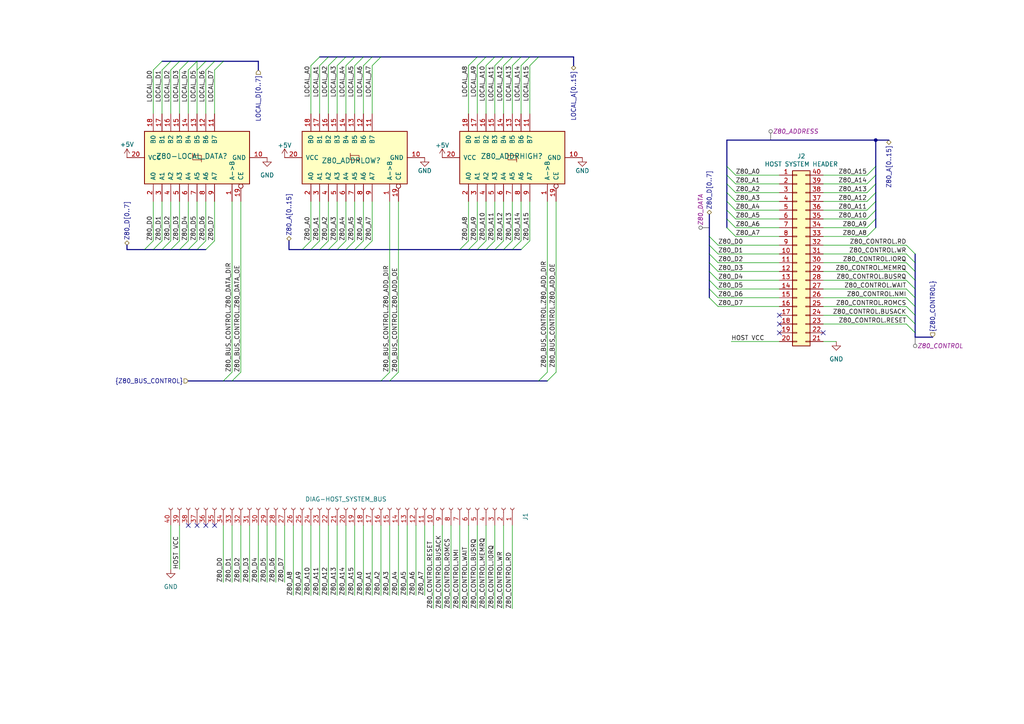
<source format=kicad_sch>
(kicad_sch (version 20230121) (generator eeschema)
  (paper "A4")
  (title_block (title "FujiNet Z80Bus reference design") (date "2023-05-13") (rev "0.1") (company "FujiNet") (comment 1 "Needs a sub schem for the physical ZXBus connector") (comment 2 "The host bus connection/buffering circuits"))
  (lib_symbols
    (symbol "74xx:74HC245" (pin_names (offset 1.016))
      (property "Reference" "U" (at -7.62 16.51 0))
      (property "Value" "74HC245" (at -7.62 -16.51 0))
      (symbol "74HC245_1_0"
        (polyline (pts (xy -0.635 -1.27) (xy -0.635 1.27) (xy 0.635 1.27)))
        (polyline (pts (xy -1.27 -1.27) (xy 0.635 -1.27) (xy 0.635 1.27) (xy 1.27 1.27)))
        (pin input line (at -12.7 -10.16 0) (length 5.08) (name "A->B") (number "1"))
        (pin power_in line (at 0 -20.32 90) (length 5.08) (name "GND") (number "10"))
        (pin tri_state line (at 12.7 -5.08 180) (length 5.08) (name "B7") (number "11"))
        (pin tri_state line (at 12.7 -2.54 180) (length 5.08) (name "B6") (number "12"))
        (pin tri_state line (at 12.7 0 180) (length 5.08) (name "B5") (number "13"))
        (pin tri_state line (at 12.7 2.54 180) (length 5.08) (name "B4") (number "14"))
        (pin tri_state line (at 12.7 5.08 180) (length 5.08) (name "B3") (number "15"))
        (pin tri_state line (at 12.7 7.62 180) (length 5.08) (name "B2") (number "16"))
        (pin tri_state line (at 12.7 10.16 180) (length 5.08) (name "B1") (number "17"))
        (pin tri_state line (at 12.7 12.7 180) (length 5.08) (name "B0") (number "18"))
        (pin input inverted (at -12.7 -12.7 0) (length 5.08) (name "CE") (number "19"))
        (pin tri_state line (at -12.7 12.7 0) (length 5.08) (name "A0") (number "2"))
        (pin power_in line (at 0 20.32 270) (length 5.08) (name "VCC") (number "20"))
        (pin tri_state line (at -12.7 10.16 0) (length 5.08) (name "A1") (number "3"))
        (pin tri_state line (at -12.7 7.62 0) (length 5.08) (name "A2") (number "4"))
        (pin tri_state line (at -12.7 5.08 0) (length 5.08) (name "A3") (number "5"))
        (pin tri_state line (at -12.7 2.54 0) (length 5.08) (name "A4") (number "6"))
        (pin tri_state line (at -12.7 0 0) (length 5.08) (name "A5") (number "7"))
        (pin tri_state line (at -12.7 -2.54 0) (length 5.08) (name "A6") (number "8"))
        (pin tri_state line (at -12.7 -5.08 0) (length 5.08) (name "A7") (number "9"))
      )
      (symbol "74HC245_1_1"
        (rectangle (start -7.62 15.24) (end 7.62 -15.24) (stroke (width 0.254)) (fill (type background)))
      )
    )
    (symbol "Connector:Conn_01x40_Socket" (pin_names (offset 1.016) hide)
      (property "Reference" "J" (at 0 50.8 0))
      (property "Value" "Conn_01x40_Socket" (at 0 -53.34 0))
      (symbol "Conn_01x40_Socket_1_1"
        (arc (start 0 -50.292) (mid -0.5058 -50.8) (end 0 -51.308) (stroke (width 0.1524)))
        (arc (start 0 -47.752) (mid -0.5058 -48.26) (end 0 -48.768) (stroke (width 0.1524)))
        (arc (start 0 -45.212) (mid -0.5058 -45.72) (end 0 -46.228) (stroke (width 0.1524)))
        (arc (start 0 -42.672) (mid -0.5058 -43.18) (end 0 -43.688) (stroke (width 0.1524)))
        (arc (start 0 -40.132) (mid -0.5058 -40.64) (end 0 -41.148) (stroke (width 0.1524)))
        (arc (start 0 -37.592) (mid -0.5058 -38.1) (end 0 -38.608) (stroke (width 0.1524)))
        (arc (start 0 -35.052) (mid -0.5058 -35.56) (end 0 -36.068) (stroke (width 0.1524)))
        (arc (start 0 -32.512) (mid -0.5058 -33.02) (end 0 -33.528) (stroke (width 0.1524)))
        (arc (start 0 -29.972) (mid -0.5058 -30.48) (end 0 -30.988) (stroke (width 0.1524)))
        (arc (start 0 -27.432) (mid -0.5058 -27.94) (end 0 -28.448) (stroke (width 0.1524)))
        (arc (start 0 -24.892) (mid -0.5058 -25.4) (end 0 -25.908) (stroke (width 0.1524)))
        (arc (start 0 -22.352) (mid -0.5058 -22.86) (end 0 -23.368) (stroke (width 0.1524)))
        (arc (start 0 -19.812) (mid -0.5058 -20.32) (end 0 -20.828) (stroke (width 0.1524)))
        (arc (start 0 -17.272) (mid -0.5058 -17.78) (end 0 -18.288) (stroke (width 0.1524)))
        (arc (start 0 -14.732) (mid -0.5058 -15.24) (end 0 -15.748) (stroke (width 0.1524)))
        (arc (start 0 -12.192) (mid -0.5058 -12.7) (end 0 -13.208) (stroke (width 0.1524)))
        (arc (start 0 -9.652) (mid -0.5058 -10.16) (end 0 -10.668) (stroke (width 0.1524)))
        (arc (start 0 -7.112) (mid -0.5058 -7.62) (end 0 -8.128) (stroke (width 0.1524)))
        (arc (start 0 -4.572) (mid -0.5058 -5.08) (end 0 -5.588) (stroke (width 0.1524)))
        (arc (start 0 -2.032) (mid -0.5058 -2.54) (end 0 -3.048) (stroke (width 0.1524)))
        (polyline (pts (xy -1.27 -50.8) (xy -0.508 -50.8)) (stroke (width 0.1524)))
        (polyline (pts (xy -1.27 -48.26) (xy -0.508 -48.26)) (stroke (width 0.1524)))
        (polyline (pts (xy -1.27 -45.72) (xy -0.508 -45.72)) (stroke (width 0.1524)))
        (polyline (pts (xy -1.27 -43.18) (xy -0.508 -43.18)) (stroke (width 0.1524)))
        (polyline (pts (xy -1.27 -40.64) (xy -0.508 -40.64)) (stroke (width 0.1524)))
        (polyline (pts (xy -1.27 -38.1) (xy -0.508 -38.1)) (stroke (width 0.1524)))
        (polyline (pts (xy -1.27 -35.56) (xy -0.508 -35.56)) (stroke (width 0.1524)))
        (polyline (pts (xy -1.27 -33.02) (xy -0.508 -33.02)) (stroke (width 0.1524)))
        (polyline (pts (xy -1.27 -30.48) (xy -0.508 -30.48)) (stroke (width 0.1524)))
        (polyline (pts (xy -1.27 -27.94) (xy -0.508 -27.94)) (stroke (width 0.1524)))
        (polyline (pts (xy -1.27 -25.4) (xy -0.508 -25.4)) (stroke (width 0.1524)))
        (polyline (pts (xy -1.27 -22.86) (xy -0.508 -22.86)) (stroke (width 0.1524)))
        (polyline (pts (xy -1.27 -20.32) (xy -0.508 -20.32)) (stroke (width 0.1524)))
        (polyline (pts (xy -1.27 -17.78) (xy -0.508 -17.78)) (stroke (width 0.1524)))
        (polyline (pts (xy -1.27 -15.24) (xy -0.508 -15.24)) (stroke (width 0.1524)))
        (polyline (pts (xy -1.27 -12.7) (xy -0.508 -12.7)) (stroke (width 0.1524)))
        (polyline (pts (xy -1.27 -10.16) (xy -0.508 -10.16)) (stroke (width 0.1524)))
        (polyline (pts (xy -1.27 -7.62) (xy -0.508 -7.62)) (stroke (width 0.1524)))
        (polyline (pts (xy -1.27 -5.08) (xy -0.508 -5.08)) (stroke (width 0.1524)))
        (polyline (pts (xy -1.27 -2.54) (xy -0.508 -2.54)) (stroke (width 0.1524)))
        (polyline (pts (xy -1.27 0) (xy -0.508 0)) (stroke (width 0.1524)))
        (polyline (pts (xy -1.27 2.54) (xy -0.508 2.54)) (stroke (width 0.1524)))
        (polyline (pts (xy -1.27 5.08) (xy -0.508 5.08)) (stroke (width 0.1524)))
        (polyline (pts (xy -1.27 7.62) (xy -0.508 7.62)) (stroke (width 0.1524)))
        (polyline (pts (xy -1.27 10.16) (xy -0.508 10.16)) (stroke (width 0.1524)))
        (polyline (pts (xy -1.27 12.7) (xy -0.508 12.7)) (stroke (width 0.1524)))
        (polyline (pts (xy -1.27 15.24) (xy -0.508 15.24)) (stroke (width 0.1524)))
        (polyline (pts (xy -1.27 17.78) (xy -0.508 17.78)) (stroke (width 0.1524)))
        (polyline (pts (xy -1.27 20.32) (xy -0.508 20.32)) (stroke (width 0.1524)))
        (polyline (pts (xy -1.27 22.86) (xy -0.508 22.86)) (stroke (width 0.1524)))
        (polyline (pts (xy -1.27 25.4) (xy -0.508 25.4)) (stroke (width 0.1524)))
        (polyline (pts (xy -1.27 27.94) (xy -0.508 27.94)) (stroke (width 0.1524)))
        (polyline (pts (xy -1.27 30.48) (xy -0.508 30.48)) (stroke (width 0.1524)))
        (polyline (pts (xy -1.27 33.02) (xy -0.508 33.02)) (stroke (width 0.1524)))
        (polyline (pts (xy -1.27 35.56) (xy -0.508 35.56)) (stroke (width 0.1524)))
        (polyline (pts (xy -1.27 38.1) (xy -0.508 38.1)) (stroke (width 0.1524)))
        (polyline (pts (xy -1.27 40.64) (xy -0.508 40.64)) (stroke (width 0.1524)))
        (polyline (pts (xy -1.27 43.18) (xy -0.508 43.18)) (stroke (width 0.1524)))
        (polyline (pts (xy -1.27 45.72) (xy -0.508 45.72)) (stroke (width 0.1524)))
        (polyline (pts (xy -1.27 48.26) (xy -0.508 48.26)) (stroke (width 0.1524)))
        (arc (start 0 0.508) (mid -0.5058 0) (end 0 -0.508) (stroke (width 0.1524)))
        (arc (start 0 3.048) (mid -0.5058 2.54) (end 0 2.032) (stroke (width 0.1524)))
        (arc (start 0 5.588) (mid -0.5058 5.08) (end 0 4.572) (stroke (width 0.1524)))
        (arc (start 0 8.128) (mid -0.5058 7.62) (end 0 7.112) (stroke (width 0.1524)))
        (arc (start 0 10.668) (mid -0.5058 10.16) (end 0 9.652) (stroke (width 0.1524)))
        (arc (start 0 13.208) (mid -0.5058 12.7) (end 0 12.192) (stroke (width 0.1524)))
        (arc (start 0 15.748) (mid -0.5058 15.24) (end 0 14.732) (stroke (width 0.1524)))
        (arc (start 0 18.288) (mid -0.5058 17.78) (end 0 17.272) (stroke (width 0.1524)))
        (arc (start 0 20.828) (mid -0.5058 20.32) (end 0 19.812) (stroke (width 0.1524)))
        (arc (start 0 23.368) (mid -0.5058 22.86) (end 0 22.352) (stroke (width 0.1524)))
        (arc (start 0 25.908) (mid -0.5058 25.4) (end 0 24.892) (stroke (width 0.1524)))
        (arc (start 0 28.448) (mid -0.5058 27.94) (end 0 27.432) (stroke (width 0.1524)))
        (arc (start 0 30.988) (mid -0.5058 30.48) (end 0 29.972) (stroke (width 0.1524)))
        (arc (start 0 33.528) (mid -0.5058 33.02) (end 0 32.512) (stroke (width 0.1524)))
        (arc (start 0 36.068) (mid -0.5058 35.56) (end 0 35.052) (stroke (width 0.1524)))
        (arc (start 0 38.608) (mid -0.5058 38.1) (end 0 37.592) (stroke (width 0.1524)))
        (arc (start 0 41.148) (mid -0.5058 40.64) (end 0 40.132) (stroke (width 0.1524)))
        (arc (start 0 43.688) (mid -0.5058 43.18) (end 0 42.672) (stroke (width 0.1524)))
        (arc (start 0 46.228) (mid -0.5058 45.72) (end 0 45.212) (stroke (width 0.1524)))
        (arc (start 0 48.768) (mid -0.5058 48.26) (end 0 47.752) (stroke (width 0.1524)))
        (pin passive line (at -5.08 48.26 0) (length 3.81) (name "Pin_1") (number "1"))
        (pin passive line (at -5.08 25.4 0) (length 3.81) (name "Pin_10") (number "10"))
        (pin passive line (at -5.08 22.86 0) (length 3.81) (name "Pin_11") (number "11"))
        (pin passive line (at -5.08 20.32 0) (length 3.81) (name "Pin_12") (number "12"))
        (pin passive line (at -5.08 17.78 0) (length 3.81) (name "Pin_13") (number "13"))
        (pin passive line (at -5.08 15.24 0) (length 3.81) (name "Pin_14") (number "14"))
        (pin passive line (at -5.08 12.7 0) (length 3.81) (name "Pin_15") (number "15"))
        (pin passive line (at -5.08 10.16 0) (length 3.81) (name "Pin_16") (number "16"))
        (pin passive line (at -5.08 7.62 0) (length 3.81) (name "Pin_17") (number "17"))
        (pin passive line (at -5.08 5.08 0) (length 3.81) (name "Pin_18") (number "18"))
        (pin passive line (at -5.08 2.54 0) (length 3.81) (name "Pin_19") (number "19"))
        (pin passive line (at -5.08 45.72 0) (length 3.81) (name "Pin_2") (number "2"))
        (pin passive line (at -5.08 0 0) (length 3.81) (name "Pin_20") (number "20"))
        (pin passive line (at -5.08 -2.54 0) (length 3.81) (name "Pin_21") (number "21"))
        (pin passive line (at -5.08 -5.08 0) (length 3.81) (name "Pin_22") (number "22"))
        (pin passive line (at -5.08 -7.62 0) (length 3.81) (name "Pin_23") (number "23"))
        (pin passive line (at -5.08 -10.16 0) (length 3.81) (name "Pin_24") (number "24"))
        (pin passive line (at -5.08 -12.7 0) (length 3.81) (name "Pin_25") (number "25"))
        (pin passive line (at -5.08 -15.24 0) (length 3.81) (name "Pin_26") (number "26"))
        (pin passive line (at -5.08 -17.78 0) (length 3.81) (name "Pin_27") (number "27"))
        (pin passive line (at -5.08 -20.32 0) (length 3.81) (name "Pin_28") (number "28"))
        (pin passive line (at -5.08 -22.86 0) (length 3.81) (name "Pin_29") (number "29"))
        (pin passive line (at -5.08 43.18 0) (length 3.81) (name "Pin_3") (number "3"))
        (pin passive line (at -5.08 -25.4 0) (length 3.81) (name "Pin_30") (number "30"))
        (pin passive line (at -5.08 -27.94 0) (length 3.81) (name "Pin_31") (number "31"))
        (pin passive line (at -5.08 -30.48 0) (length 3.81) (name "Pin_32") (number "32"))
        (pin passive line (at -5.08 -33.02 0) (length 3.81) (name "Pin_33") (number "33"))
        (pin passive line (at -5.08 -35.56 0) (length 3.81) (name "Pin_34") (number "34"))
        (pin passive line (at -5.08 -38.1 0) (length 3.81) (name "Pin_35") (number "35"))
        (pin passive line (at -5.08 -40.64 0) (length 3.81) (name "Pin_36") (number "36"))
        (pin passive line (at -5.08 -43.18 0) (length 3.81) (name "Pin_37") (number "37"))
        (pin passive line (at -5.08 -45.72 0) (length 3.81) (name "Pin_38") (number "38"))
        (pin passive line (at -5.08 -48.26 0) (length 3.81) (name "Pin_39") (number "39"))
        (pin passive line (at -5.08 40.64 0) (length 3.81) (name "Pin_4") (number "4"))
        (pin passive line (at -5.08 -50.8 0) (length 3.81) (name "Pin_40") (number "40"))
        (pin passive line (at -5.08 38.1 0) (length 3.81) (name "Pin_5") (number "5"))
        (pin passive line (at -5.08 35.56 0) (length 3.81) (name "Pin_6") (number "6"))
        (pin passive line (at -5.08 33.02 0) (length 3.81) (name "Pin_7") (number "7"))
        (pin passive line (at -5.08 30.48 0) (length 3.81) (name "Pin_8") (number "8"))
        (pin passive line (at -5.08 27.94 0) (length 3.81) (name "Pin_9") (number "9"))
      )
    )
    (symbol "Connector_Generic:Conn_02x20_Counter_Clockwise" (pin_names (offset 1.016) hide)
      (property "Reference" "J" (at 1.27 25.4 0))
      (property "Value" "Conn_02x20_Counter_Clockwise" (at 1.27 -27.94 0))
      (symbol "Conn_02x20_Counter_Clockwise_1_1"
        (rectangle (start -1.27 -25.273) (end 0 -25.527) (stroke (width 0.1524)))
        (rectangle (start -1.27 -22.733) (end 0 -22.987) (stroke (width 0.1524)))
        (rectangle (start -1.27 -20.193) (end 0 -20.447) (stroke (width 0.1524)))
        (rectangle (start -1.27 -17.653) (end 0 -17.907) (stroke (width 0.1524)))
        (rectangle (start -1.27 -15.113) (end 0 -15.367) (stroke (width 0.1524)))
        (rectangle (start -1.27 -12.573) (end 0 -12.827) (stroke (width 0.1524)))
        (rectangle (start -1.27 -10.033) (end 0 -10.287) (stroke (width 0.1524)))
        (rectangle (start -1.27 -7.493) (end 0 -7.747) (stroke (width 0.1524)))
        (rectangle (start -1.27 -4.953) (end 0 -5.207) (stroke (width 0.1524)))
        (rectangle (start -1.27 -2.413) (end 0 -2.667) (stroke (width 0.1524)))
        (rectangle (start -1.27 0.127) (end 0 -0.127) (stroke (width 0.1524)))
        (rectangle (start -1.27 2.667) (end 0 2.413) (stroke (width 0.1524)))
        (rectangle (start -1.27 5.207) (end 0 4.953) (stroke (width 0.1524)))
        (rectangle (start -1.27 7.747) (end 0 7.493) (stroke (width 0.1524)))
        (rectangle (start -1.27 10.287) (end 0 10.033) (stroke (width 0.1524)))
        (rectangle (start -1.27 12.827) (end 0 12.573) (stroke (width 0.1524)))
        (rectangle (start -1.27 15.367) (end 0 15.113) (stroke (width 0.1524)))
        (rectangle (start -1.27 17.907) (end 0 17.653) (stroke (width 0.1524)))
        (rectangle (start -1.27 20.447) (end 0 20.193) (stroke (width 0.1524)))
        (rectangle (start -1.27 22.987) (end 0 22.733) (stroke (width 0.1524)))
        (rectangle (start -1.27 24.13) (end 3.81 -26.67) (stroke (width 0.254)) (fill (type background)))
        (rectangle (start 3.81 -25.273) (end 2.54 -25.527) (stroke (width 0.1524)))
        (rectangle (start 3.81 -22.733) (end 2.54 -22.987) (stroke (width 0.1524)))
        (rectangle (start 3.81 -20.193) (end 2.54 -20.447) (stroke (width 0.1524)))
        (rectangle (start 3.81 -17.653) (end 2.54 -17.907) (stroke (width 0.1524)))
        (rectangle (start 3.81 -15.113) (end 2.54 -15.367) (stroke (width 0.1524)))
        (rectangle (start 3.81 -12.573) (end 2.54 -12.827) (stroke (width 0.1524)))
        (rectangle (start 3.81 -10.033) (end 2.54 -10.287) (stroke (width 0.1524)))
        (rectangle (start 3.81 -7.493) (end 2.54 -7.747) (stroke (width 0.1524)))
        (rectangle (start 3.81 -4.953) (end 2.54 -5.207) (stroke (width 0.1524)))
        (rectangle (start 3.81 -2.413) (end 2.54 -2.667) (stroke (width 0.1524)))
        (rectangle (start 3.81 0.127) (end 2.54 -0.127) (stroke (width 0.1524)))
        (rectangle (start 3.81 2.667) (end 2.54 2.413) (stroke (width 0.1524)))
        (rectangle (start 3.81 5.207) (end 2.54 4.953) (stroke (width 0.1524)))
        (rectangle (start 3.81 7.747) (end 2.54 7.493) (stroke (width 0.1524)))
        (rectangle (start 3.81 10.287) (end 2.54 10.033) (stroke (width 0.1524)))
        (rectangle (start 3.81 12.827) (end 2.54 12.573) (stroke (width 0.1524)))
        (rectangle (start 3.81 15.367) (end 2.54 15.113) (stroke (width 0.1524)))
        (rectangle (start 3.81 17.907) (end 2.54 17.653) (stroke (width 0.1524)))
        (rectangle (start 3.81 20.447) (end 2.54 20.193) (stroke (width 0.1524)))
        (rectangle (start 3.81 22.987) (end 2.54 22.733) (stroke (width 0.1524)))
        (pin passive line (at -5.08 22.86 0) (length 3.81) (name "Pin_1") (number "1"))
        (pin passive line (at -5.08 0 0) (length 3.81) (name "Pin_10") (number "10"))
        (pin passive line (at -5.08 -2.54 0) (length 3.81) (name "Pin_11") (number "11"))
        (pin passive line (at -5.08 -5.08 0) (length 3.81) (name "Pin_12") (number "12"))
        (pin passive line (at -5.08 -7.62 0) (length 3.81) (name "Pin_13") (number "13"))
        (pin passive line (at -5.08 -10.16 0) (length 3.81) (name "Pin_14") (number "14"))
        (pin passive line (at -5.08 -12.7 0) (length 3.81) (name "Pin_15") (number "15"))
        (pin passive line (at -5.08 -15.24 0) (length 3.81) (name "Pin_16") (number "16"))
        (pin passive line (at -5.08 -17.78 0) (length 3.81) (name "Pin_17") (number "17"))
        (pin passive line (at -5.08 -20.32 0) (length 3.81) (name "Pin_18") (number "18"))
        (pin passive line (at -5.08 -22.86 0) (length 3.81) (name "Pin_19") (number "19"))
        (pin passive line (at -5.08 20.32 0) (length 3.81) (name "Pin_2") (number "2"))
        (pin passive line (at -5.08 -25.4 0) (length 3.81) (name "Pin_20") (number "20"))
        (pin passive line (at 7.62 -25.4 180) (length 3.81) (name "Pin_21") (number "21"))
        (pin passive line (at 7.62 -22.86 180) (length 3.81) (name "Pin_22") (number "22"))
        (pin passive line (at 7.62 -20.32 180) (length 3.81) (name "Pin_23") (number "23"))
        (pin passive line (at 7.62 -17.78 180) (length 3.81) (name "Pin_24") (number "24"))
        (pin passive line (at 7.62 -15.24 180) (length 3.81) (name "Pin_25") (number "25"))
        (pin passive line (at 7.62 -12.7 180) (length 3.81) (name "Pin_26") (number "26"))
        (pin passive line (at 7.62 -10.16 180) (length 3.81) (name "Pin_27") (number "27"))
        (pin passive line (at 7.62 -7.62 180) (length 3.81) (name "Pin_28") (number "28"))
        (pin passive line (at 7.62 -5.08 180) (length 3.81) (name "Pin_29") (number "29"))
        (pin passive line (at -5.08 17.78 0) (length 3.81) (name "Pin_3") (number "3"))
        (pin passive line (at 7.62 -2.54 180) (length 3.81) (name "Pin_30") (number "30"))
        (pin passive line (at 7.62 0 180) (length 3.81) (name "Pin_31") (number "31"))
        (pin passive line (at 7.62 2.54 180) (length 3.81) (name "Pin_32") (number "32"))
        (pin passive line (at 7.62 5.08 180) (length 3.81) (name "Pin_33") (number "33"))
        (pin passive line (at 7.62 7.62 180) (length 3.81) (name "Pin_34") (number "34"))
        (pin passive line (at 7.62 10.16 180) (length 3.81) (name "Pin_35") (number "35"))
        (pin passive line (at 7.62 12.7 180) (length 3.81) (name "Pin_36") (number "36"))
        (pin passive line (at 7.62 15.24 180) (length 3.81) (name "Pin_37") (number "37"))
        (pin passive line (at 7.62 17.78 180) (length 3.81) (name "Pin_38") (number "38"))
        (pin passive line (at 7.62 20.32 180) (length 3.81) (name "Pin_39") (number "39"))
        (pin passive line (at -5.08 15.24 0) (length 3.81) (name "Pin_4") (number "4"))
        (pin passive line (at 7.62 22.86 180) (length 3.81) (name "Pin_40") (number "40"))
        (pin passive line (at -5.08 12.7 0) (length 3.81) (name "Pin_5") (number "5"))
        (pin passive line (at -5.08 10.16 0) (length 3.81) (name "Pin_6") (number "6"))
        (pin passive line (at -5.08 7.62 0) (length 3.81) (name "Pin_7") (number "7"))
        (pin passive line (at -5.08 5.08 0) (length 3.81) (name "Pin_8") (number "8"))
        (pin passive line (at -5.08 2.54 0) (length 3.81) (name "Pin_9") (number "9"))
      )
    )
    (symbol "power:+5V" (power) (pin_names (offset 0))
      (property "Value" "+5V" (at 0 3.556 0))
      (symbol "+5V_0_1"
        (polyline (pts (xy -0.762 1.27) (xy 0 2.54)))
        (polyline (pts (xy 0 0) (xy 0 2.54)))
        (polyline (pts (xy 0 2.54) (xy 0.762 1.27)))
      )
      (symbol "+5V_1_1"
        (pin power_in line (at 0 0 90) (length 0) hide (name "+5V") (number "1"))
      )
    )
    (symbol "power:GND" (power) (pin_names (offset 0))
      (property "Value" "GND" (at 0 -3.81 0))
      (symbol "GND_0_1"
        (polyline (pts (xy 0 0) (xy 0 -1.27) (xy 1.27 -1.27) (xy 0 -2.54) (xy -1.27 -1.27) (xy 0 -1.27)))
      )
      (symbol "GND_1_1"
        (pin power_in line (at 0 0 270) (length 0) hide (name "GND") (number "1"))
      )
    )
  )
  (bus_alias "Z80_BUS_CONTROL" (members "Z80_BUS_CONTROL.Z80_DATA_DIR" "Z80_BUS_CONTROL.Z80_DATA_OE" "Z80_BUS_CONTROL.Z80_ADD_DIR" "Z80_BUS_CONTROL.Z80_ADD_OE"))
  (junction (at 254 40.64))
  (no_connect (at 62.23 152.4))
  (no_connect (at 226.06 96.52))
  (no_connect (at 54.61 152.4))
  (no_connect (at 226.06 91.44))
  (no_connect (at 59.69 152.4))
  (no_connect (at 226.06 93.98))
  (no_connect (at 57.15 152.4))
  (no_connect (at 238.76 96.52))
  (bus_entry (at 49.53 20.32) (size 2.54 -2.54))
  (bus_entry (at 100.33 19.05) (size 2.54 -2.54))
  (bus_entry (at 205.74 71.12) (size 2.54 2.54))
  (bus_entry (at 254 58.42) (size -2.54 2.54))
  (bus_entry (at 254 53.34) (size -2.54 2.54))
  (bus_entry (at 262.89 83.82) (size 2.54 2.54))
  (bus_entry (at 46.99 72.39) (size 2.54 -2.54))
  (bus_entry (at 102.87 72.39) (size 2.54 -2.54))
  (bus_entry (at 44.45 20.32) (size 2.54 -2.54))
  (bus_entry (at 262.89 73.66) (size 2.54 2.54))
  (bus_entry (at 44.45 72.39) (size 2.54 -2.54))
  (bus_entry (at 205.74 76.2) (size 2.54 2.54))
  (bus_entry (at 97.79 19.05) (size 2.54 -2.54))
  (bus_entry (at 210.82 55.88) (size 2.54 2.54))
  (bus_entry (at 95.25 19.05) (size 2.54 -2.54))
  (bus_entry (at 254 48.26) (size -2.54 2.54))
  (bus_entry (at 210.82 48.26) (size 2.54 2.54))
  (bus_entry (at 113.03 110.49) (size 2.54 -2.54))
  (bus_entry (at 262.89 86.36) (size 2.54 2.54))
  (bus_entry (at 208.28 83.82) (size -2.54 -2.54))
  (bus_entry (at 105.41 72.39) (size 2.54 -2.54))
  (bus_entry (at 158.75 110.49) (size 2.54 -2.54))
  (bus_entry (at 92.71 72.39) (size 2.54 -2.54))
  (bus_entry (at 254 55.88) (size -2.54 2.54))
  (bus_entry (at 90.17 19.05) (size 2.54 -2.54))
  (bus_entry (at 254 60.96) (size -2.54 2.54))
  (bus_entry (at 52.07 20.32) (size 2.54 -2.54))
  (bus_entry (at 102.87 19.05) (size 2.54 -2.54))
  (bus_entry (at 107.95 19.05) (size 2.54 -2.54))
  (bus_entry (at 148.59 19.05) (size 2.54 -2.54))
  (bus_entry (at 105.41 19.05) (size 2.54 -2.54))
  (bus_entry (at 59.69 72.39) (size 2.54 -2.54))
  (bus_entry (at 262.89 81.28) (size 2.54 2.54))
  (bus_entry (at 95.25 72.39) (size 2.54 -2.54))
  (bus_entry (at 138.43 72.39) (size 2.54 -2.54))
  (bus_entry (at 92.71 19.05) (size 2.54 -2.54))
  (bus_entry (at 54.61 20.32) (size 2.54 -2.54))
  (bus_entry (at 262.89 93.98) (size 2.54 2.54))
  (bus_entry (at 46.99 20.32) (size 2.54 -2.54))
  (bus_entry (at 57.15 20.32) (size 2.54 -2.54))
  (bus_entry (at 153.67 19.05) (size 2.54 -2.54))
  (bus_entry (at 210.82 50.8) (size 2.54 2.54))
  (bus_entry (at 210.82 60.96) (size 2.54 2.54))
  (bus_entry (at 146.05 72.39) (size 2.54 -2.54))
  (bus_entry (at 151.13 72.39) (size 2.54 -2.54))
  (bus_entry (at 151.13 19.05) (size 2.54 -2.54))
  (bus_entry (at 205.74 86.36) (size 2.54 2.54))
  (bus_entry (at 262.89 88.9) (size 2.54 2.54))
  (bus_entry (at 100.33 72.39) (size 2.54 -2.54))
  (bus_entry (at 62.23 20.32) (size 2.54 -2.54))
  (bus_entry (at 262.89 78.74) (size 2.54 2.54))
  (bus_entry (at 97.79 72.39) (size 2.54 -2.54))
  (bus_entry (at 52.07 72.39) (size 2.54 -2.54))
  (bus_entry (at 135.89 72.39) (size 2.54 -2.54))
  (bus_entry (at 205.74 83.82) (size 2.54 2.54))
  (bus_entry (at 210.82 53.34) (size 2.54 2.54))
  (bus_entry (at 54.61 72.39) (size 2.54 -2.54))
  (bus_entry (at 67.31 110.49) (size 2.54 -2.54))
  (bus_entry (at 87.63 72.39) (size 2.54 -2.54))
  (bus_entry (at 138.43 19.05) (size 2.54 -2.54))
  (bus_entry (at 110.49 110.49) (size 2.54 -2.54))
  (bus_entry (at 208.28 71.12) (size -2.54 -2.54))
  (bus_entry (at 146.05 19.05) (size 2.54 -2.54))
  (bus_entry (at 262.89 71.12) (size 2.54 2.54))
  (bus_entry (at 140.97 19.05) (size 2.54 -2.54))
  (bus_entry (at 59.69 20.32) (size 2.54 -2.54))
  (bus_entry (at 254 63.5) (size -2.54 2.54))
  (bus_entry (at 140.97 72.39) (size 2.54 -2.54))
  (bus_entry (at 49.53 72.39) (size 2.54 -2.54))
  (bus_entry (at 254 66.04) (size -2.54 2.54))
  (bus_entry (at 64.77 110.49) (size 2.54 -2.54))
  (bus_entry (at 254 50.8) (size -2.54 2.54))
  (bus_entry (at 148.59 72.39) (size 2.54 -2.54))
  (bus_entry (at 210.82 66.04) (size 2.54 2.54))
  (bus_entry (at 41.91 72.39) (size 2.54 -2.54))
  (bus_entry (at 57.15 72.39) (size 2.54 -2.54))
  (bus_entry (at 210.82 63.5) (size 2.54 2.54))
  (bus_entry (at 210.82 58.42) (size 2.54 2.54))
  (bus_entry (at 156.21 110.49) (size 2.54 -2.54))
  (bus_entry (at 143.51 72.39) (size 2.54 -2.54))
  (bus_entry (at 262.89 91.44) (size 2.54 2.54))
  (bus_entry (at 208.28 81.28) (size -2.54 -2.54))
  (bus_entry (at 133.35 72.39) (size 2.54 -2.54))
  (bus_entry (at 208.28 76.2) (size -2.54 -2.54))
  (bus_entry (at 135.89 19.05) (size 2.54 -2.54))
  (bus_entry (at 262.89 76.2) (size 2.54 2.54))
  (bus_entry (at 143.51 19.05) (size 2.54 -2.54))
  (bus_entry (at 90.17 72.39) (size 2.54 -2.54))
  (wire (pts (xy 130.81 152.4) (xy 130.81 176.53)))
  (wire (pts (xy 102.87 33.02) (xy 102.87 19.05)))
  (wire (pts (xy 113.03 152.4) (xy 113.03 172.72)))
  (wire (pts (xy 77.47 152.4) (xy 77.47 168.91)))
  (bus (pts (xy 49.53 17.78) (xy 52.07 17.78)))
  (bus (pts (xy 87.63 72.39) (xy 90.17 72.39)))
  (bus (pts (xy 254 48.26) (xy 254 50.8)))
  (wire (pts (xy 62.23 33.02) (xy 62.23 20.32)))
  (bus (pts (xy 265.43 76.2) (xy 265.43 78.74)))
  (wire (pts (xy 140.97 33.02) (xy 140.97 19.05)))
  (bus (pts (xy 54.61 110.49) (xy 64.77 110.49)))
  (wire (pts (xy 262.89 73.66) (xy 238.76 73.66)))
  (wire (pts (xy 64.77 152.4) (xy 64.77 168.91)))
  (wire (pts (xy 46.99 58.42) (xy 46.99 69.85)))
  (wire (pts (xy 213.36 53.34) (xy 226.06 53.34)))
  (wire (pts (xy 49.53 58.42) (xy 49.53 69.85)))
  (bus (pts (xy 110.49 110.49) (xy 113.03 110.49)))
  (wire (pts (xy 148.59 33.02) (xy 148.59 19.05)))
  (wire (pts (xy 128.27 152.4) (xy 128.27 176.53)))
  (wire (pts (xy 115.57 107.95) (xy 115.57 58.42)))
  (wire (pts (xy 262.89 81.28) (xy 238.76 81.28)))
  (wire (pts (xy 90.17 152.4) (xy 90.17 172.72)))
  (wire (pts (xy 135.89 33.02) (xy 135.89 19.05)))
  (bus (pts (xy 107.95 16.51) (xy 110.49 16.51)))
  (bus (pts (xy 64.77 17.78) (xy 74.93 17.78)))
  (bus (pts (xy 265.43 86.36) (xy 265.43 88.9)))
  (wire (pts (xy 90.17 58.42) (xy 90.17 69.85)))
  (bus (pts (xy 46.99 72.39) (xy 49.53 72.39)))
  (wire (pts (xy 226.06 99.06) (xy 212.09 99.06)))
  (wire (pts (xy 226.06 60.96) (xy 213.36 60.96)))
  (bus (pts (xy 205.74 68.58) (xy 205.74 71.12)))
  (bus (pts (xy 95.25 16.51) (xy 97.79 16.51)))
  (wire (pts (xy 148.59 58.42) (xy 148.59 69.85)))
  (bus (pts (xy 166.37 16.51) (xy 166.37 19.05)))
  (bus (pts (xy 265.43 78.74) (xy 265.43 81.28)))
  (wire (pts (xy 146.05 33.02) (xy 146.05 19.05)))
  (bus (pts (xy 205.74 83.82) (xy 205.74 86.36)))
  (bus (pts (xy 156.21 110.49) (xy 158.75 110.49)))
  (bus (pts (xy 100.33 72.39) (xy 102.87 72.39)))
  (bus (pts (xy 148.59 72.39) (xy 151.13 72.39)))
  (wire (pts (xy 74.93 152.4) (xy 74.93 168.91)))
  (wire (pts (xy 146.05 58.42) (xy 146.05 69.85)))
  (wire (pts (xy 226.06 68.58) (xy 213.36 68.58)))
  (wire (pts (xy 95.25 152.4) (xy 95.25 172.72)))
  (wire (pts (xy 120.65 152.4) (xy 120.65 172.72)))
  (bus (pts (xy 210.82 58.42) (xy 210.82 60.96)))
  (bus (pts (xy 210.82 55.88) (xy 210.82 58.42)))
  (wire (pts (xy 242.57 99.06) (xy 238.76 99.06)))
  (bus (pts (xy 254 60.96) (xy 254 63.5)))
  (bus (pts (xy 210.82 60.96) (xy 210.82 63.5)))
  (bus (pts (xy 254 40.64) (xy 254 48.26)))
  (bus (pts (xy 205.74 78.74) (xy 205.74 81.28)))
  (bus (pts (xy 140.97 16.51) (xy 143.51 16.51)))
  (bus (pts (xy 62.23 17.78) (xy 64.77 17.78)))
  (bus (pts (xy 153.67 16.51) (xy 156.21 16.51)))
  (wire (pts (xy 69.85 152.4) (xy 69.85 168.91)))
  (bus (pts (xy 210.82 50.8) (xy 210.82 53.34)))
  (wire (pts (xy 262.89 93.98) (xy 238.76 93.98)))
  (bus (pts (xy 265.43 96.52) (xy 265.43 97.79)))
  (wire (pts (xy 238.76 50.8) (xy 251.46 50.8)))
  (wire (pts (xy 143.51 33.02) (xy 143.51 19.05)))
  (bus (pts (xy 67.31 110.49) (xy 110.49 110.49)))
  (wire (pts (xy 97.79 33.02) (xy 97.79 19.05)))
  (bus (pts (xy 210.82 48.26) (xy 210.82 50.8)))
  (wire (pts (xy 105.41 33.02) (xy 105.41 19.05)))
  (bus (pts (xy 113.03 110.49) (xy 156.21 110.49)))
  (bus (pts (xy 146.05 72.39) (xy 148.59 72.39)))
  (wire (pts (xy 57.15 33.02) (xy 57.15 20.32)))
  (wire (pts (xy 49.53 152.4) (xy 49.53 165.1)))
  (bus (pts (xy 64.77 110.49) (xy 67.31 110.49)))
  (wire (pts (xy 151.13 58.42) (xy 151.13 69.85)))
  (bus (pts (xy 146.05 16.51) (xy 148.59 16.51)))
  (wire (pts (xy 226.06 88.9) (xy 208.28 88.9)))
  (wire (pts (xy 251.46 58.42) (xy 238.76 58.42)))
  (bus (pts (xy 254 55.88) (xy 254 58.42)))
  (wire (pts (xy 262.89 91.44) (xy 238.76 91.44)))
  (wire (pts (xy 69.85 58.42) (xy 69.85 107.95)))
  (wire (pts (xy 143.51 152.4) (xy 143.51 176.53)))
  (wire (pts (xy 140.97 58.42) (xy 140.97 69.85)))
  (wire (pts (xy 161.29 107.95) (xy 161.29 58.42)))
  (bus (pts (xy 110.49 16.51) (xy 138.43 16.51)))
  (bus (pts (xy 265.43 73.66) (xy 265.43 76.2)))
  (bus (pts (xy 105.41 72.39) (xy 133.35 72.39)))
  (bus (pts (xy 138.43 72.39) (xy 140.97 72.39)))
  (wire (pts (xy 140.97 152.4) (xy 140.97 176.53)))
  (wire (pts (xy 67.31 152.4) (xy 67.31 168.91)))
  (bus (pts (xy 83.82 72.39) (xy 87.63 72.39)))
  (wire (pts (xy 100.33 152.4) (xy 100.33 172.72)))
  (bus (pts (xy 210.82 40.64) (xy 254 40.64)))
  (wire (pts (xy 226.06 71.12) (xy 208.28 71.12)))
  (wire (pts (xy 52.07 33.02) (xy 52.07 20.32)))
  (wire (pts (xy 100.33 33.02) (xy 100.33 19.05)))
  (wire (pts (xy 213.36 66.04) (xy 226.06 66.04)))
  (wire (pts (xy 97.79 58.42) (xy 97.79 69.85)))
  (bus (pts (xy 205.74 71.12) (xy 205.74 73.66)))
  (wire (pts (xy 105.41 58.42) (xy 105.41 69.85)))
  (wire (pts (xy 107.95 152.4) (xy 107.95 172.72)))
  (bus (pts (xy 54.61 17.78) (xy 57.15 17.78)))
  (wire (pts (xy 57.15 58.42) (xy 57.15 69.85)))
  (wire (pts (xy 113.03 107.95) (xy 113.03 58.42)))
  (wire (pts (xy 102.87 58.42) (xy 102.87 69.85)))
  (wire (pts (xy 226.06 76.2) (xy 208.28 76.2)))
  (bus (pts (xy 148.59 16.51) (xy 151.13 16.51)))
  (wire (pts (xy 262.89 88.9) (xy 238.76 88.9)))
  (wire (pts (xy 213.36 63.5) (xy 226.06 63.5)))
  (bus (pts (xy 44.45 72.39) (xy 46.99 72.39)))
  (bus (pts (xy 54.61 72.39) (xy 57.15 72.39)))
  (wire (pts (xy 107.95 33.02) (xy 107.95 19.05)))
  (bus (pts (xy 102.87 16.51) (xy 105.41 16.51)))
  (bus (pts (xy 205.74 62.23) (xy 205.74 68.58)))
  (wire (pts (xy 44.45 58.42) (xy 44.45 69.85)))
  (bus (pts (xy 265.43 81.28) (xy 265.43 83.82)))
  (wire (pts (xy 143.51 58.42) (xy 143.51 69.85)))
  (bus (pts (xy 92.71 72.39) (xy 95.25 72.39)))
  (bus (pts (xy 52.07 17.78) (xy 54.61 17.78)))
  (wire (pts (xy 54.61 58.42) (xy 54.61 69.85)))
  (wire (pts (xy 62.23 58.42) (xy 62.23 69.85)))
  (wire (pts (xy 90.17 33.02) (xy 90.17 19.05)))
  (wire (pts (xy 92.71 58.42) (xy 92.71 69.85)))
  (wire (pts (xy 226.06 86.36) (xy 208.28 86.36)))
  (bus (pts (xy 210.82 63.5) (xy 210.82 66.04)))
  (bus (pts (xy 210.82 40.64) (xy 210.82 48.26)))
  (bus (pts (xy 166.37 16.51) (xy 156.21 16.51)))
  (wire (pts (xy 46.99 33.02) (xy 46.99 20.32)))
  (bus (pts (xy 105.41 16.51) (xy 107.95 16.51)))
  (wire (pts (xy 118.11 152.4) (xy 118.11 172.72)))
  (wire (pts (xy 52.07 152.4) (xy 52.07 165.1)))
  (wire (pts (xy 52.07 58.42) (xy 52.07 69.85)))
  (bus (pts (xy 59.69 17.78) (xy 62.23 17.78)))
  (bus (pts (xy 265.43 91.44) (xy 265.43 93.98)))
  (wire (pts (xy 148.59 152.4) (xy 148.59 176.53)))
  (bus (pts (xy 90.17 72.39) (xy 92.71 72.39)))
  (wire (pts (xy 213.36 50.8) (xy 226.06 50.8)))
  (bus (pts (xy 92.71 16.51) (xy 95.25 16.51)))
  (bus (pts (xy 265.43 97.79) (xy 270.51 97.79)))
  (wire (pts (xy 100.33 58.42) (xy 100.33 69.85)))
  (wire (pts (xy 92.71 33.02) (xy 92.71 19.05)))
  (bus (pts (xy 46.99 17.78) (xy 49.53 17.78)))
  (wire (pts (xy 238.76 55.88) (xy 251.46 55.88)))
  (bus (pts (xy 254 63.5) (xy 254 66.04)))
  (wire (pts (xy 80.01 152.4) (xy 80.01 168.91)))
  (wire (pts (xy 59.69 58.42) (xy 59.69 69.85)))
  (wire (pts (xy 44.45 33.02) (xy 44.45 20.32)))
  (bus (pts (xy 49.53 72.39) (xy 52.07 72.39)))
  (bus (pts (xy 97.79 16.51) (xy 100.33 16.51)))
  (wire (pts (xy 135.89 152.4) (xy 135.89 176.53)))
  (bus (pts (xy 265.43 88.9) (xy 265.43 91.44)))
  (wire (pts (xy 97.79 152.4) (xy 97.79 172.72)))
  (wire (pts (xy 146.05 152.4) (xy 146.05 176.53)))
  (wire (pts (xy 107.95 58.42) (xy 107.95 69.85)))
  (bus (pts (xy 135.89 72.39) (xy 138.43 72.39)))
  (wire (pts (xy 95.25 58.42) (xy 95.25 69.85)))
  (wire (pts (xy 87.63 152.4) (xy 87.63 172.72)))
  (wire (pts (xy 262.89 83.82) (xy 238.76 83.82)))
  (wire (pts (xy 72.39 152.4) (xy 72.39 168.91)))
  (bus (pts (xy 254 58.42) (xy 254 60.96)))
  (wire (pts (xy 102.87 152.4) (xy 102.87 172.72)))
  (wire (pts (xy 115.57 152.4) (xy 115.57 172.72)))
  (wire (pts (xy 138.43 33.02) (xy 138.43 19.05)))
  (wire (pts (xy 105.41 152.4) (xy 105.41 172.72)))
  (wire (pts (xy 153.67 58.42) (xy 153.67 69.85)))
  (wire (pts (xy 151.13 33.02) (xy 151.13 19.05)))
  (bus (pts (xy 140.97 72.39) (xy 143.51 72.39)))
  (bus (pts (xy 36.83 72.39) (xy 41.91 72.39)))
  (wire (pts (xy 213.36 55.88) (xy 226.06 55.88)))
  (wire (pts (xy 226.06 73.66) (xy 208.28 73.66)))
  (bus (pts (xy 102.87 72.39) (xy 105.41 72.39)))
  (wire (pts (xy 138.43 58.42) (xy 138.43 69.85)))
  (wire (pts (xy 82.55 152.4) (xy 82.55 168.91)))
  (wire (pts (xy 238.76 60.96) (xy 251.46 60.96)))
  (wire (pts (xy 262.89 86.36) (xy 238.76 86.36)))
  (wire (pts (xy 226.06 81.28) (xy 208.28 81.28)))
  (bus (pts (xy 265.43 93.98) (xy 265.43 96.52)))
  (wire (pts (xy 262.89 71.12) (xy 238.76 71.12)))
  (wire (pts (xy 123.19 152.4) (xy 123.19 172.72)))
  (bus (pts (xy 265.43 83.82) (xy 265.43 86.36)))
  (wire (pts (xy 57.15 20.32) (xy 57.15 17.78)))
  (wire (pts (xy 125.73 152.4) (xy 125.73 176.53)))
  (bus (pts (xy 83.82 69.85) (xy 83.82 72.39)))
  (bus (pts (xy 205.74 76.2) (xy 205.74 78.74)))
  (wire (pts (xy 67.31 58.42) (xy 67.31 107.95)))
  (bus (pts (xy 74.93 20.32) (xy 74.93 17.78)))
  (bus (pts (xy 57.15 72.39) (xy 59.69 72.39)))
  (wire (pts (xy 226.06 78.74) (xy 208.28 78.74)))
  (wire (pts (xy 133.35 152.4) (xy 133.35 176.53)))
  (bus (pts (xy 36.83 71.12) (xy 36.83 72.39)))
  (wire (pts (xy 251.46 53.34) (xy 238.76 53.34)))
  (wire (pts (xy 153.67 33.02) (xy 153.67 19.05)))
  (bus (pts (xy 95.25 72.39) (xy 97.79 72.39)))
  (bus (pts (xy 143.51 16.51) (xy 146.05 16.51)))
  (bus (pts (xy 100.33 16.51) (xy 102.87 16.51)))
  (wire (pts (xy 54.61 33.02) (xy 54.61 20.32)))
  (wire (pts (xy 92.71 152.4) (xy 92.71 172.72)))
  (bus (pts (xy 210.82 53.34) (xy 210.82 55.88)))
  (bus (pts (xy 257.81 40.64) (xy 254 40.64)))
  (bus (pts (xy 57.15 17.78) (xy 59.69 17.78)))
  (bus (pts (xy 205.74 73.66) (xy 205.74 76.2)))
  (wire (pts (xy 262.89 78.74) (xy 238.76 78.74)))
  (wire (pts (xy 135.89 58.42) (xy 135.89 69.85)))
  (wire (pts (xy 262.89 76.2) (xy 238.76 76.2)))
  (bus (pts (xy 151.13 16.51) (xy 153.67 16.51)))
  (wire (pts (xy 158.75 107.95) (xy 158.75 58.42)))
  (wire (pts (xy 49.53 33.02) (xy 49.53 20.32)))
  (wire (pts (xy 138.43 152.4) (xy 138.43 176.53)))
  (wire (pts (xy 226.06 83.82) (xy 208.28 83.82)))
  (bus (pts (xy 143.51 72.39) (xy 146.05 72.39)))
  (bus (pts (xy 138.43 16.51) (xy 140.97 16.51)))
  (wire (pts (xy 251.46 68.58) (xy 238.76 68.58)))
  (wire (pts (xy 110.49 152.4) (xy 110.49 172.72)))
  (wire (pts (xy 59.69 33.02) (xy 59.69 20.32)))
  (bus (pts (xy 133.35 72.39) (xy 135.89 72.39)))
  (bus (pts (xy 52.07 72.39) (xy 54.61 72.39)))
  (bus (pts (xy 254 50.8) (xy 254 53.34)))
  (wire (pts (xy 238.76 66.04) (xy 251.46 66.04)))
  (wire (pts (xy 85.09 152.4) (xy 85.09 172.72)))
  (bus (pts (xy 97.79 72.39) (xy 100.33 72.39)))
  (bus (pts (xy 205.74 81.28) (xy 205.74 83.82)))
  (bus (pts (xy 254 53.34) (xy 254 55.88)))
  (wire (pts (xy 95.25 33.02) (xy 95.25 19.05)))
  (wire (pts (xy 251.46 63.5) (xy 238.76 63.5)))
  (bus (pts (xy 41.91 72.39) (xy 44.45 72.39)))
  (wire (pts (xy 213.36 58.42) (xy 226.06 58.42)))
  (label "LOCAL_A3" (at 97.79 19.05 270))
  (label "Z80_D0" (at 64.77 168.91 90))
  (label "Z80_A12" (at 95.25 172.72 90))
  (label "LOCAL_A6" (at 105.41 19.05 270))
  (label "LOCAL_A0" (at 90.17 19.05 270))
  (label "Z80_D3" (at 208.28 78.74 0))
  (label "Z80_CONTROL.ROMCS" (at 130.81 176.53 90))
  (label "Z80_D2" (at 49.53 69.85 90))
  (label "Z80_A0" (at 105.41 172.72 90))
  (label "Z80_D3" (at 52.07 69.85 90))
  (label "LOCAL_A8" (at 135.89 19.05 270))
  (label "Z80_A0" (at 213.36 50.8 0))
  (label "Z80_D2" (at 69.85 168.91 90))
  (label "Z80_A7" (at 107.95 69.85 90))
  (label "LOCAL_A12" (at 146.05 19.05 270))
  (label "LOCAL_A15" (at 153.67 19.05 270))
  (label "Z80_A9" (at 87.63 172.72 90))
  (label "Z80_D0" (at 208.28 71.12 0))
  (label "Z80_A12" (at 251.46 58.42 180))
  (label "LOCAL_D0" (at 44.45 20.32 270))
  (label "Z80_D5" (at 77.47 168.91 90))
  (label "Z80_D6" (at 80.01 168.91 90))
  (label "Z80_A9" (at 138.43 69.85 90))
  (label "Z80_D7" (at 62.23 69.85 90))
  (label "Z80_A0" (at 90.17 69.85 90))
  (label "Z80_A4" (at 213.36 60.96 0))
  (label "LOCAL_D3" (at 52.07 20.32 270))
  (label "Z80_A2" (at 95.25 69.85 90))
  (label "Z80_A11" (at 92.71 172.72 90))
  (label "Z80_A4" (at 115.57 172.72 90))
  (label "LOCAL_A1" (at 92.71 19.05 270))
  (label "Z80_A2" (at 110.49 172.72 90))
  (label "Z80_CONTROL.WR" (at 262.89 73.66 180))
  (label "Z80_D0" (at 44.45 69.85 90))
  (label "LOCAL_A5" (at 102.87 19.05 270))
  (label "Z80_CONTROL.IORQ" (at 262.89 76.2 180))
  (label "HOST VCC" (at 52.07 165.1 90))
  (label "Z80_A13" (at 97.79 172.72 90))
  (label "Z80_A6" (at 105.41 69.85 90))
  (label "Z80_BUS_CONTROL.Z80_ADD_DIR" (at 158.75 106.68 90))
  (label "Z80_A1" (at 107.95 172.72 90))
  (label "Z80_CONTROL.NMI" (at 262.89 86.36 180))
  (label "Z80_A7" (at 123.19 172.72 90))
  (label "LOCAL_D7" (at 62.23 20.32 270))
  (label "Z80_D4" (at 74.93 168.91 90))
  (label "Z80_BUS_CONTROL.Z80_ADD_DIR" (at 113.03 107.95 90))
  (label "Z80_D1" (at 208.28 73.66 0))
  (label "Z80_A3" (at 113.03 172.72 90))
  (label "Z80_A5" (at 102.87 69.85 90))
  (label "LOCAL_D2" (at 49.53 20.32 270))
  (label "Z80_D5" (at 57.15 69.85 90))
  (label "Z80_A14" (at 251.46 53.34 180))
  (label "Z80_A13" (at 251.46 55.88 180))
  (label "Z80_CONTROL.IORQ" (at 143.51 176.53 90))
  (label "Z80_A10" (at 90.17 172.72 90))
  (label "LOCAL_D1" (at 46.99 20.32 270))
  (label "Z80_CONTROL.RD" (at 262.89 71.12 180))
  (label "Z80_CONTROL.BUSACK" (at 262.89 91.44 180))
  (label "Z80_CONTROL.BUSACK" (at 128.27 176.53 90))
  (label "Z80_D3" (at 72.39 168.91 90))
  (label "HOST VCC" (at 212.09 99.06 0))
  (label "Z80_CONTROL.RESET" (at 125.73 176.53 90))
  (label "Z80_A8" (at 85.09 172.72 90))
  (label "Z80_BUS_CONTROL.Z80_ADD_OE" (at 161.29 106.68 90))
  (label "Z80_A1" (at 92.71 69.85 90))
  (label "Z80_CONTROL.WAIT" (at 262.89 83.82 180))
  (label "Z80_A5" (at 213.36 63.5 0))
  (label "Z80_CONTROL.WAIT" (at 135.89 176.53 90))
  (label "LOCAL_D5" (at 57.15 20.32 270))
  (label "Z80_A4" (at 100.33 69.85 90))
  (label "Z80_A15" (at 102.87 172.72 90))
  (label "Z80_A10" (at 251.46 63.5 180))
  (label "Z80_CONTROL.RD" (at 148.59 176.53 90))
  (label "Z80_A6" (at 120.65 172.72 90))
  (label "Z80_A14" (at 100.33 172.72 90))
  (label "LOCAL_A7" (at 107.95 19.05 270))
  (label "Z80_CONTROL.WR" (at 146.05 176.53 90))
  (label "Z80_A9" (at 251.46 66.04 180))
  (label "Z80_D6" (at 59.69 69.85 90))
  (label "Z80_D4" (at 208.28 81.28 0))
  (label "Z80_A3" (at 213.36 58.42 0))
  (label "Z80_D1" (at 46.99 69.85 90))
  (label "Z80_CONTROL.MEMRQ" (at 262.89 78.74 180))
  (label "Z80_A15" (at 153.67 69.85 90))
  (label "Z80_CONTROL.MEMRQ" (at 140.97 176.53 90))
  (label "Z80_D7" (at 82.55 168.91 90))
  (label "Z80_CONTROL.ROMCS" (at 262.89 88.9 180))
  (label "Z80_A10" (at 140.97 69.85 90))
  (label "LOCAL_A13" (at 148.59 19.05 270))
  (label "Z80_A2" (at 213.36 55.88 0))
  (label "LOCAL_D6" (at 59.69 20.32 270))
  (label "Z80_BUS_CONTROL.Z80_ADD_OE" (at 115.57 107.95 90))
  (label "Z80_A11" (at 251.46 60.96 180))
  (label "Z80_A14" (at 151.13 69.85 90))
  (label "Z80_BUS_CONTROL.Z80_DATA_OE" (at 69.85 107.95 90))
  (label "LOCAL_A14" (at 151.13 19.05 270))
  (label "Z80_A1" (at 213.36 53.34 0))
  (label "Z80_D1" (at 67.31 168.91 90))
  (label "Z80_A11" (at 143.51 69.85 90))
  (label "Z80_A7" (at 213.36 68.58 0))
  (label "LOCAL_A10" (at 140.97 19.05 270))
  (label "Z80_D5" (at 208.28 83.82 0))
  (label "LOCAL_A11" (at 143.51 19.05 270))
  (label "Z80_A8" (at 135.89 69.85 90))
  (label "Z80_A15" (at 251.46 50.8 180))
  (label "Z80_CONTROL.BUSRQ" (at 262.89 81.28 180))
  (label "LOCAL_D4" (at 54.61 20.32 270))
  (label "Z80_D4" (at 54.61 69.85 90))
  (label "Z80_A6" (at 213.36 66.04 0))
  (label "Z80_A13" (at 148.59 69.85 90))
  (label "LOCAL_A9" (at 138.43 19.05 270))
  (label "Z80_D7" (at 208.28 88.9 0))
  (label "LOCAL_A4" (at 100.33 19.05 270))
  (label "Z80_BUS_CONTROL.Z80_DATA_DIR" (at 67.31 107.95 90))
  (label "Z80_A3" (at 97.79 69.85 90))
  (label "Z80_CONTROL.NMI" (at 133.35 176.53 90))
  (label "Z80_CONTROL.BUSRQ" (at 138.43 176.53 90))
  (label "Z80_D6" (at 208.28 86.36 0))
  (label "Z80_D2" (at 208.28 76.2 0))
  (label "Z80_A5" (at 118.11 172.72 90))
  (label "Z80_A8" (at 251.46 68.58 180))
  (label "Z80_CONTROL.RESET" (at 262.89 93.98 180))
  (label "LOCAL_A2" (at 95.25 19.05 270))
  (label "Z80_A12" (at 146.05 69.85 90))
  (hierarchical_label "Z80_A[0..15]" (shape bidirectional) (at 83.82 69.85 90))
  (hierarchical_label "{Z80_CONTROL}" (shape input) (at 270.51 97.79 90))
  (hierarchical_label "Z80_D[0..7]" (shape bidirectional) (at 36.83 71.12 90))
  (hierarchical_label "Z80_A[0..15]" (shape bidirectional) (at 257.81 40.64 270))
  (hierarchical_label "LOCAL_A[0..15]" (shape bidirectional) (at 166.37 19.05 270))
  (hierarchical_label "{Z80_BUS_CONTROL}" (shape input) (at 54.61 110.49 180))
  (hierarchical_label "Z80_D[0..7]" (shape bidirectional) (at 205.74 62.23 90))
  (hierarchical_label "LOCAL_D[0..7]" (shape input) (at 74.93 20.32 270))
  (netclass_flag "" (length 2.54) (shape round) (at 205.74 66.04 90) (property "Netclass" "Z80_DATA" (at 203.2 65.4304 90) (effects (font italic) (justify left))))
  (netclass_flag "" (length 2.54) (shape round) (at 265.43 97.79 180) (property "Netclass" "Z80_CONTROL" (at 266.0396 100.33 0) (effects (font italic) (justify left))))
  (netclass_flag "" (length 2.54) (shape round) (at 223.52 40.64 0) (property "Netclass" "Z80_ADDRESS" (at 224.1296 38.1 0) (effects (font italic) (justify left))))
  (symbol (lib_id "Connector:Conn_01x40_Socket") (at 100.33 147.32 270) (mirror x) (unit 1)
    (property "Reference" "J1" (at 152.4 149.86 0))
    (property "Value" "DIAG-HOST_SYSTEM_BUS" (at 100.33 144.78 90))
    (property "Footprint" "Connector_PinHeader_2.54mm:PinHeader_1x40_P2.54mm_Vertical" (effects hide))
  )
  (symbol (lib_id "Connector_Generic:Conn_02x20_Counter_Clockwise") (at 231.14 73.66 0) (unit 1)
    (property "Reference" "J2" (at 232.41 45.2882 0))
    (property "Value" "HOST SYSTEM HEADER" (at 232.41 47.5996 0))
    (property "Footprint" "Connector_PinHeader_2.54mm:PinHeader_2x20_P2.54mm_Vertical" (effects hide))
  )
  (symbol (lib_id "74xx:74HC245") (at 57.15 45.72 90) (unit 1)
    (property "Reference" "Z80-LOCAL_DATA?" (at 66.04 44.45 90) (effects (font (size 1.4986 1.4986)) (justify left bottom)))
    (property "Value" "74HC245N" (effects hide))
    (property "Footprint" "Package_DIP:DIP-20_W7.62mm_Socket" (effects hide))
    (property "Datasheet" "http://www.ti.com/lit/gpn/sn74HC245" (effects hide))
  )
  (symbol (lib_id "74xx:74HC245") (at 148.59 45.72 90) (unit 1)
    (property "Reference" "Z80_ADDRHIGH?" (at 157.48 44.45 90) (effects (font (size 1.4986 1.4986)) (justify left bottom)))
    (property "Value" "74HC245N" (effects hide))
    (property "Footprint" "Package_DIP:DIP-20_W7.62mm_Socket" (effects hide))
    (property "Datasheet" "http://www.ti.com/lit/gpn/sn74HC245" (effects hide))
  )
  (symbol (lib_id "74xx:74HC245") (at 102.87 45.72 90) (unit 1)
    (property "Reference" "Z80_ADDRLOW?" (at 110.49 45.72 90) (effects (font (size 1.4986 1.4986)) (justify left bottom)))
    (property "Value" "74HC245N" (effects hide))
    (property "Footprint" "Package_DIP:DIP-20_W7.62mm_Socket" (effects hide))
    (property "Datasheet" "http://www.ti.com/lit/gpn/sn74HC245" (effects hide))
  )
  (symbol (lib_id "power:GND") (at 49.53 165.1 0) (unit 1)
    (property "Reference" "#PWR035" (effects hide))
    (property "Value" "GND" (at 49.53 170.18 0))
  )
  (symbol (lib_id "power:GND") (at 77.47 45.72 0) (unit 1)
    (property "Reference" "#PWR036" (effects hide))
    (property "Value" "GND" (at 77.47 50.8 0))
  )
  (symbol (lib_id "power:GND") (at 242.57 99.06 0) (unit 1)
    (property "Reference" "#PWR041" (effects hide))
    (property "Value" "GND" (at 242.57 104.14 0))
  )
  (symbol (lib_id "power:GND") (at 168.91 45.72 0) (unit 1)
    (property "Reference" "#PWR040" (effects hide))
    (property "Value" "GND" (at 168.91 49.53 0))
  )
  (symbol (lib_id "power:+5V") (at 36.83 45.72 0) (unit 1)
    (property "Reference" "#PWR034" (effects hide))
    (property "Value" "+5V" (at 36.83 41.91 0))
  )
  (symbol (lib_id "power:+5V") (at 82.55 45.72 0) (unit 1)
    (property "Reference" "#PWR037" (effects hide))
    (property "Value" "+5V" (at 82.55 42.164 0))
  )
  (symbol (lib_id "power:+5V") (at 128.27 45.72 0) (unit 1)
    (property "Reference" "#PWR039" (effects hide))
    (property "Value" "+5V" (at 128.27 42.164 0))
  )
  (symbol (lib_id "power:GND") (at 123.19 45.72 0) (unit 1)
    (property "Reference" "#PWR038" (effects hide))
    (property "Value" "GND" (at 123.19 49.53 0))
  )
)
</source>
